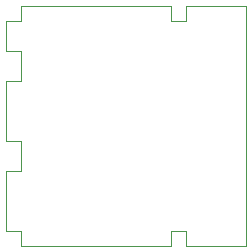
<source format=gbr>
%TF.GenerationSoftware,KiCad,Pcbnew,(5.1.9)-1*%
%TF.CreationDate,2021-04-16T00:55:01+02:00*%
%TF.ProjectId,13_TOR_N,31335f54-4f52-45f4-9e2e-6b696361645f,rev?*%
%TF.SameCoordinates,Original*%
%TF.FileFunction,Other,Fab,Bot*%
%FSLAX46Y46*%
G04 Gerber Fmt 4.6, Leading zero omitted, Abs format (unit mm)*
G04 Created by KiCad (PCBNEW (5.1.9)-1) date 2021-04-16 00:55:01*
%MOMM*%
%LPD*%
G01*
G04 APERTURE LIST*
%TA.AperFunction,Profile*%
%ADD10C,0.050000*%
%TD*%
G04 APERTURE END LIST*
D10*
X115570000Y-60960000D02*
X120650000Y-60960000D01*
X115570000Y-62230000D02*
X115570000Y-60960000D01*
X114300000Y-62230000D02*
X115570000Y-62230000D01*
X114300000Y-60960000D02*
X114300000Y-62230000D01*
X115570000Y-81280000D02*
X120650000Y-81280000D01*
X115570000Y-80010000D02*
X115570000Y-81280000D01*
X114300000Y-80010000D02*
X115570000Y-80010000D01*
X114300000Y-81280000D02*
X114300000Y-80010000D01*
X101600000Y-62230000D02*
X101600000Y-60960000D01*
X100330000Y-62230000D02*
X101600000Y-62230000D01*
X100330000Y-64770000D02*
X100330000Y-62230000D01*
X101600000Y-64770000D02*
X100330000Y-64770000D01*
X100330000Y-72390000D02*
X100330000Y-67310000D01*
X101600000Y-72390000D02*
X100330000Y-72390000D01*
X101600000Y-74930000D02*
X101600000Y-72390000D01*
X100330000Y-74930000D02*
X101600000Y-74930000D01*
X120650000Y-60960000D02*
X120650000Y-81280000D01*
X101600000Y-60960000D02*
X114300000Y-60960000D01*
X101600000Y-80010000D02*
X101600000Y-81280000D01*
X100330000Y-80010000D02*
X101600000Y-80010000D01*
X101600000Y-64770000D02*
X101600000Y-67310000D01*
X101600000Y-67310000D02*
X100330000Y-67310000D01*
X114300000Y-81280000D02*
X101600000Y-81280000D01*
X100330000Y-80010000D02*
X100330000Y-74930000D01*
M02*

</source>
